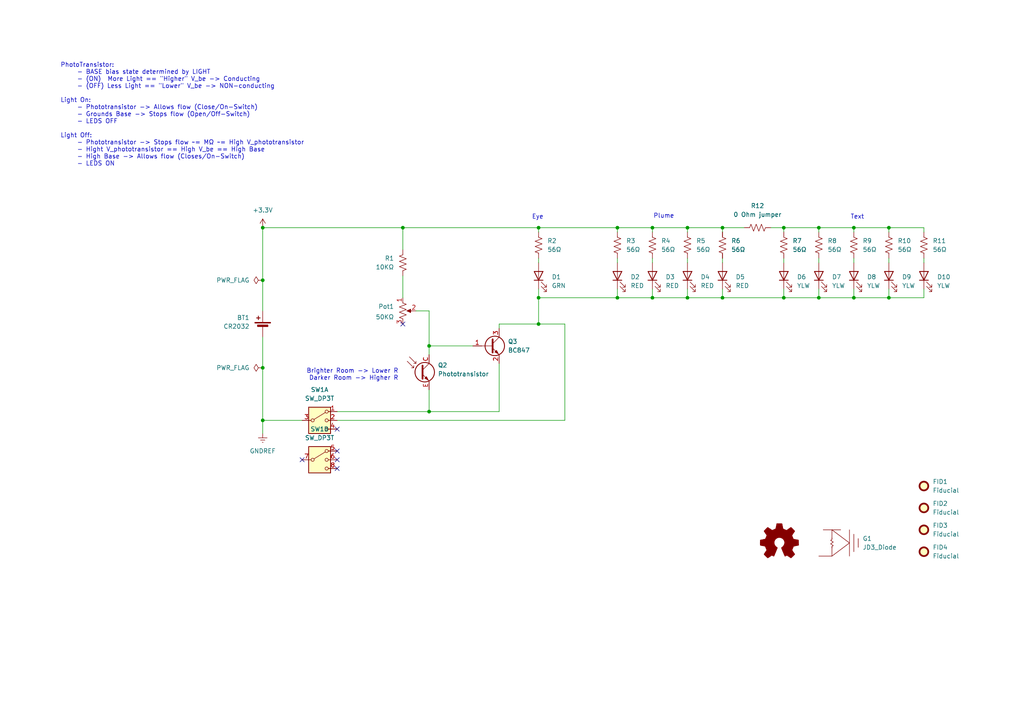
<source format=kicad_sch>
(kicad_sch (version 20250114) (generator "eeschema") (generator_version "9.0")
  (paper "A4")
  (title_block (title "Spartanpods Logo PCB") (date "2025-12-14") (rev "1") (company "Spartanpods"))
  (lib_symbols
    (symbol "Device:R_US" (pin_numbers (hide yes)) (pin_names (offset 0))
      (property "Reference" "R" (at 2.54 0 90))
      (property "Value" "R_US" (at -2.54 0 90))
      (symbol "R_US_0_1"
        (polyline (pts (xy 0 2.286) (xy 0 2.54)))
        (polyline (pts (xy 0 2.286) (xy 1.016 1.905) (xy 0 1.524) (xy -1.016 1.143) (xy 0 0.762)))
        (polyline (pts (xy 0 0.762) (xy 1.016 0.381) (xy 0 0) (xy -1.016 -0.381) (xy 0 -0.762)))
        (polyline (pts (xy 0 -0.762) (xy 1.016 -1.143) (xy 0 -1.524) (xy -1.016 -1.905) (xy 0 -2.286)))
        (polyline (pts (xy 0 -2.286) (xy 0 -2.54)))
      )
      (symbol "R_US_1_1"
        (pin passive line (at 0 3.81 270) (length 1.27) (name "~") (number "1"))
        (pin passive line (at 0 -3.81 90) (length 1.27) (name "~") (number "2"))
      )
    )
    (symbol "Spartanpods_SymbolLibrary:+3.3V" (power) (pin_numbers (hide yes)) (pin_names (offset 0) (hide yes))
      (property "Value" "+3.3V" (at 0 3.556 0))
      (symbol "+3.3V_0_1"
        (polyline (pts (xy -0.762 1.27) (xy 0 2.54)))
        (polyline (pts (xy 0 2.54) (xy 0.762 1.27)))
        (polyline (pts (xy 0 0) (xy 0 2.54)))
      )
      (symbol "+3.3V_1_1"
        (pin power_in line (at 0 0 90) (length 0) (name "~") (number "1"))
      )
    )
    (symbol "Spartanpods_SymbolLibrary:BC847" (pin_names (offset 0) (hide yes))
      (property "Reference" "Q" (at 5.08 1.905 0))
      (property "Value" "BC847" (at 5.08 0 0))
      (symbol "BC847_0_1"
        (polyline (pts (xy -2.54 0) (xy 0.635 0)))
        (polyline (pts (xy 0.635 1.905) (xy 0.635 -1.905)) (stroke (width 0.508)))
        (circle (center 1.27 0) (radius 2.8194) (stroke (width 0.254)))
      )
      (symbol "BC847_1_1"
        (polyline (pts (xy 0.635 0.635) (xy 2.54 2.54)))
        (polyline (pts (xy 0.635 -0.635) (xy 2.54 -2.54)))
        (polyline (pts (xy 1.27 -1.778) (xy 1.778 -1.27) (xy 2.286 -2.286) (xy 1.27 -1.778)) (fill (type outline)))
        (pin input line (at -5.08 0 0) (length 2.54) (name "B") (number "1"))
        (pin passive line (at 2.54 5.08 270) (length 2.54) (name "C") (number "3"))
        (pin passive line (at 2.54 -5.08 90) (length 2.54) (name "E") (number "2"))
      )
    )
    (symbol "Spartanpods_SymbolLibrary:Battery_Cell" (pin_numbers (hide yes)) (pin_names (offset 0) (hide yes))
      (property "Reference" "BT" (at 2.54 2.54 0))
      (property "Value" "Battery_Cell" (at 2.54 0 0))
      (symbol "Battery_Cell_0_1"
        (rectangle (start -2.286 1.778) (end 2.286 1.524) (fill (type outline)))
        (rectangle (start -1.524 1.016) (end 1.524 0.508) (fill (type outline)))
        (polyline (pts (xy 0 1.778) (xy 0 2.54)))
        (polyline (pts (xy 0 0.762) (xy 0 0)))
        (polyline (pts (xy 0.762 3.048) (xy 1.778 3.048)) (stroke (width 0.254)))
        (polyline (pts (xy 1.27 3.556) (xy 1.27 2.54)) (stroke (width 0.254)))
      )
      (symbol "Battery_Cell_1_1"
        (pin power_out line (at 0 5.08 270) (length 2.54) (name "1") (number "1") (alternate "Pos" power_out line))
        (pin power_out line (at 0 -2.54 90) (length 2.54) (name "2") (number "2") (alternate "Neg" power_out line))
      )
    )
    (symbol "Spartanpods_SymbolLibrary:Fiducial" (in_bom no)
      (property "Reference" "FID" (at 0 5.08 0))
      (property "Value" "Fiducial" (at 0 3.175 0))
      (symbol "Fiducial_0_1"
        (circle (center 0 0) (radius 1.27) (stroke (width 0.508)) (fill (type background)))
      )
    )
    (symbol "Spartanpods_SymbolLibrary:GNDREF" (power) (pin_numbers (hide yes)) (pin_names (offset 0) (hide yes))
      (property "Value" "GNDREF" (at 0 -3.81 0))
      (symbol "GNDREF_0_1"
        (polyline (pts (xy -0.635 -1.905) (xy 0.635 -1.905)))
        (polyline (pts (xy -0.127 -2.54) (xy 0.127 -2.54)))
        (polyline (pts (xy 0 -1.27) (xy 0 0)))
        (polyline (pts (xy 1.27 -1.27) (xy -1.27 -1.27)))
      )
      (symbol "GNDREF_1_1"
        (pin power_in line (at 0 0 270) (length 0) (name "~") (number "1"))
      )
    )
    (symbol "Spartanpods_SymbolLibrary:JD3_Diode" (pin_numbers (hide yes)) (pin_names (offset 0) (hide yes)) (in_bom no)
      (property "Reference" "G" (at 0 7.62 0))
      (property "Value" "JD3_Diode" (at 0 -7.62 0))
      (symbol "JD3_Diode_0_1"
        (polyline (pts (xy -2.54 3.81) (xy 0 3.81)) (stroke (width 0.1524)))
        (polyline (pts (xy 0 3.81) (xy 2.54 3.81)) (stroke (width 0.1524)))
        (polyline (pts (xy 0 3.81) (xy 5.08 0) (xy 0 -3.81)) (stroke (width 0.1524)))
        (polyline (pts (xy 0 1.27) (xy 0 3.81)) (stroke (width 0.1524)))
        (polyline (pts (xy 0 -1.016) (xy 0 -1.397)) (stroke (width 0.1524)))
        (polyline (pts (xy 0 -1.016) (xy 0.381 -0.762) (xy -0.381 -0.254) (xy 0.381 0.254) (xy -0.381 0.762) (xy 0 1.016) (xy 0 1.397)) (stroke (width 0.1524)))
        (polyline (pts (xy 0 -1.27) (xy 0 -3.81) (xy -3.81 -3.81)) (stroke (width 0.1524)))
        (polyline (pts (xy 5.08 3.81) (xy 5.08 -3.81)) (stroke (width 0.1524)))
        (polyline (pts (xy 6.35 2.54) (xy 6.35 -2.54)) (stroke (width 0.1524)))
        (polyline (pts (xy 7.62 1.27) (xy 7.62 -1.27)) (stroke (width 0.1524)))
      )
    )
    (symbol "Spartanpods_SymbolLibrary:LED" (pin_numbers (hide yes)) (pin_names (offset 1.016) (hide yes))
      (property "Reference" "D" (at 0 2.54 0))
      (property "Value" "LED" (at 0 -2.54 0))
      (symbol "LED_0_1"
        (polyline (pts (xy -3.048 -0.762) (xy -4.572 -2.286) (xy -3.81 -2.286) (xy -4.572 -2.286) (xy -4.572 -1.524)))
        (polyline (pts (xy -1.778 -0.762) (xy -3.302 -2.286) (xy -2.54 -2.286) (xy -3.302 -2.286) (xy -3.302 -1.524)))
        (polyline (pts (xy -1.27 0) (xy 1.27 0)))
        (polyline (pts (xy -1.27 -1.27) (xy -1.27 1.27)) (stroke (width 0.254)))
        (polyline (pts (xy 1.27 -1.27) (xy 1.27 1.27) (xy -1.27 0) (xy 1.27 -1.27)) (stroke (width 0.254)))
      )
      (symbol "LED_1_1"
        (pin passive line (at -3.81 0 0) (length 2.54) (name "K") (number "1"))
        (pin passive line (at 3.81 0 180) (length 2.54) (name "A") (number "2"))
      )
    )
    (symbol "Spartanpods_SymbolLibrary:Logo_Open_Hardware_Small" (in_bom no) (on_board no)
      (symbol "Logo_Open_Hardware_Small_0_1"
        (polyline (pts (xy 3.3528 -4.3434) (xy 3.302 -4.318) (xy 3.175 -4.2418) (xy 2.9972 -4.1148) (xy 2.7686 -3.9624) (xy 2.54 -3.81) (xy 2.3622 -3.7084) (xy 2.2352 -3.6068) (xy 2.1844 -3.5814) (xy 2.159 -3.6068) (xy 2.0574 -3.6576) (xy 1.905 -3.7338) (xy 1.8034 -3.7846) (xy 1.6764 -3.8354) (xy 1.6002 -3.8354) (xy 1.6002 -3.8354) (xy 1.5494 -3.7338) (xy 1.4732 -3.5306) (xy 1.3462 -3.302) (xy 1.2446 -3.0226) (xy 1.1176 -2.7178) (xy 0.9652 -2.413) (xy 0.8636 -2.1082) (xy 0.7366 -1.8288) (xy 0.6604 -1.6256) (xy 0.6096 -1.4732) (xy 0.5842 -1.397) (xy 0.5842 -1.397) (xy 0.6604 -1.3208) (xy 0.7874 -1.2446) (xy 1.0414 -1.016) (xy 1.2954 -0.6858) (xy 1.4478 -0.3302) (xy 1.524 0.0762) (xy 1.4732 0.4572) (xy 1.3208 0.8128) (xy 1.0668 1.143) (xy 0.762 1.3716) (xy 0.4064 1.524) (xy 0 1.5748) (xy -0.381 1.5494) (xy -0.7366 1.397) (xy -1.0668 1.143) (xy -1.2192 0.9906) (xy -1.397 0.6604) (xy -1.524 0.3048) (xy -1.524 0.2286) (xy -1.4986 -0.1778) (xy -1.397 -0.5334) (xy -1.1938 -0.8636) (xy -0.9144 -1.143) (xy -0.8636 -1.1684) (xy -0.7366 -1.27) (xy -0.635 -1.3462) (xy -0.5842 -1.397) (xy -1.0668 -2.5908) (xy -1.143 -2.794) (xy -1.2954 -3.1242) (xy -1.397 -3.4036) (xy -1.4986 -3.6322) (xy -1.5748 -3.7846) (xy -1.6002 -3.8354) (xy -1.6002 -3.8354) (xy -1.651 -3.8354) (xy -1.7272 -3.81) (xy -1.905 -3.7338) (xy -2.0066 -3.683) (xy -2.1336 -3.6068) (xy -2.2098 -3.5814) (xy -2.2606 -3.6068) (xy -2.3622 -3.683) (xy -2.54 -3.81) (xy -2.7686 -3.9624) (xy -2.9718 -4.0894) (xy -3.1496 -4.2164) (xy -3.302 -4.318) (xy -3.3528 -4.3434) (xy -3.3782 -4.3434) (xy -3.429 -4.318) (xy -3.5306 -4.2164) (xy -3.7084 -4.064) (xy -3.937 -3.8354) (xy -3.9624 -3.81) (xy -4.1656 -3.6068) (xy -4.318 -3.4544) (xy -4.4196 -3.3274) (xy -4.445 -3.2766) (xy -4.445 -3.2766) (xy -4.4196 -3.2258) (xy -4.318 -3.0734) (xy -4.2164 -2.8956) (xy -4.064 -2.667) (xy -3.6576 -2.0828) (xy -3.8862 -1.5494) (xy -3.937 -1.3716) (xy -4.0386 -1.1684) (xy -4.0894 -1.0414) (xy -4.1148 -0.9652) (xy -4.191 -0.9398) (xy -4.318 -0.9144) (xy -4.5466 -0.8636) (xy -4.8006 -0.8128) (xy -5.0546 -0.7874) (xy -5.2578 -0.7366) (xy -5.4356 -0.7112) (xy -5.5118 -0.6858) (xy -5.5118 -0.6858) (xy -5.5372 -0.635) (xy -5.5372 -0.5588) (xy -5.5372 -0.4318) (xy -5.5626 -0.2286) (xy -5.5626 0.0762) (xy -5.5626 0.127) (xy -5.5372 0.4064) (xy -5.5372 0.635) (xy -5.5372 0.762) (xy -5.5372 0.8382) (xy -5.5372 0.8382) (xy -5.461 0.8382) (xy -5.3086 0.889) (xy -5.08 0.9144) (xy -4.826 0.9652) (xy -4.8006 0.9906) (xy -4.5466 1.0414) (xy -4.318 1.0668) (xy -4.1656 1.1176) (xy -4.0894 1.143) (xy -4.0894 1.143) (xy -4.0386 1.2446) (xy -3.9624 1.4224) (xy -3.8608 1.6256) (xy -3.7846 1.8288) (xy -3.7084 2.0066) (xy -3.6576 2.159) (xy -3.6322 2.2098) (xy -3.6322 2.2098) (xy -3.683 2.286) (xy -3.7592 2.413) (xy -3.8862 2.5908) (xy -4.064 2.8194) (xy -4.064 2.8448) (xy -4.2164 3.0734) (xy -4.3434 3.2512) (xy -4.4196 3.3782) (xy -4.445 3.4544) (xy -4.445 3.4544) (xy -4.3942 3.5052) (xy -4.2926 3.6322) (xy -4.1148 3.81) (xy -3.937 4.0132) (xy -3.8608 4.064) (xy -3.6576 4.2926) (xy -3.5052 4.4196) (xy -3.4036 4.4958) (xy -3.3528 4.5212) (xy -3.3528 4.5212) (xy -3.302 4.4704) (xy -3.1496 4.3688) (xy -2.9718 4.2418) (xy -2.7432 4.0894) (xy -2.7178 4.0894) (xy -2.4892 3.937) (xy -2.3114 3.81) (xy -2.1844 3.7084) (xy -2.1336 3.683) (xy -2.1082 3.683) (xy -2.032 3.7084) (xy -1.8542 3.7592) (xy -1.6764 3.8354) (xy -1.4732 3.937) (xy -1.27 4.0132) (xy -1.143 4.064) (xy -1.0668 4.1148) (xy -1.0668 4.1148) (xy -1.0414 4.191) (xy -1.016 4.3434) (xy -0.9652 4.572) (xy -0.9144 4.8514) (xy -0.889 4.9022) (xy -0.8382 5.1562) (xy -0.8128 5.3848) (xy -0.7874 5.5372) (xy -0.762 5.588) (xy -0.7112 5.6134) (xy -0.5842 5.6134) (xy -0.4064 5.6134) (xy -0.1524 5.6134) (xy 0.0762 5.6134) (xy 0.3302 5.6134) (xy 0.5334 5.6134) (xy 0.6858 5.588) (xy 0.7366 5.588) (xy 0.7366 5.588) (xy 0.762 5.5118) (xy 0.8128 5.334) (xy 0.8382 5.1054) (xy 0.9144 4.826) (xy 0.9144 4.7752) (xy 0.9652 4.5212) (xy 1.016 4.2926) (xy 1.0414 4.1402) (xy 1.0668 4.0894) (xy 1.0668 4.0894) (xy 1.1938 4.0386) (xy 1.3716 3.9624) (xy 1.5748 3.8608) (xy 2.0828 3.6576) (xy 2.7178 4.0894) (xy 2.7686 4.1402) (xy 2.9972 4.2926) (xy 3.175 4.4196) (xy 3.302 4.4958) (xy 3.3782 4.5212) (xy 3.3782 4.5212) (xy 3.429 4.4704) (xy 3.556 4.3434) (xy 3.7338 4.191) (xy 3.9116 3.9878) (xy 4.064 3.8354) (xy 4.2418 3.6576) (xy 4.3434 3.556) (xy 4.4196 3.4798) (xy 4.4196 3.429) (xy 4.4196 3.4036) (xy 4.3942 3.3274) (xy 4.2926 3.2004) (xy 4.1656 2.9972) (xy 4.0132 2.794) (xy 3.8862 2.5908) (xy 3.7592 2.3876) (xy 3.6576 2.2352) (xy 3.6322 2.159) (xy 3.6322 2.1336) (xy 3.683 2.0066) (xy 3.7592 1.8288) (xy 3.8608 1.6002) (xy 4.064 1.1176) (xy 4.3942 1.0414) (xy 4.5974 1.016) (xy 4.8768 0.9652) (xy 5.1308 0.9144) (xy 5.5372 0.8382) (xy 5.5626 -0.6604) (xy 5.4864 -0.6858) (xy 5.4356 -0.6858) (xy 5.2832 -0.7366) (xy 5.0546 -0.762) (xy 4.8006 -0.8128) (xy 4.5974 -0.8636) (xy 4.3688 -0.9144) (xy 4.2164 -0.9398) (xy 4.1402 -0.9398) (xy 4.1148 -0.9652) (xy 4.064 -1.0668) (xy 3.9878 -1.2446) (xy 3.9116 -1.4478) (xy 3.81 -1.651) (xy 3.7338 -1.8542) (xy 3.683 -2.0066) (xy 3.6576 -2.0828) (xy 3.683 -2.1336) (xy 3.7846 -2.2606) (xy 3.8862 -2.4638) (xy 4.0386 -2.667) (xy 4.191 -2.8956) (xy 4.318 -3.0734) (xy 4.3942 -3.2004) (xy 4.445 -3.2766) (xy 4.4196 -3.3274) (xy 4.3434 -3.429) (xy 4.1656 -3.5814) (xy 3.937 -3.8354) (xy 3.8862 -3.8608) (xy 3.683 -4.064) (xy 3.5306 -4.2164) (xy 3.4036 -4.318) (xy 3.3528 -4.3434)) (fill (type outline)))
      )
    )
    (symbol "Spartanpods_SymbolLibrary:PWR_FLAG" (power) (pin_numbers (hide yes)) (pin_names (offset 0) (hide yes))
      (property "Value" "PWR_FLAG" (at 0 3.81 0))
      (symbol "PWR_FLAG_0_0"
        (pin power_out line (at 0 0 90) (length 0) (name "~") (number "1"))
      )
      (symbol "PWR_FLAG_0_1"
        (polyline (pts (xy 0 0) (xy 0 1.27) (xy -1.016 1.905) (xy 0 2.54) (xy 1.016 1.905) (xy 0 1.27)))
      )
    )
    (symbol "Spartanpods_SymbolLibrary:Q_Photo_NPN" (pin_names (offset 0) (hide yes))
      (property "Reference" "Q" (at 5.08 1.27 0))
      (property "Value" "Q_Photo_NPN" (at 5.08 -1.27 0))
      (symbol "Q_Photo_NPN_0_1"
        (polyline (pts (xy -3.81 3.175) (xy -1.905 1.27) (xy -1.905 1.905)))
        (polyline (pts (xy -3.175 4.445) (xy -1.27 2.54) (xy -1.27 3.175)))
        (polyline (pts (xy -1.905 1.27) (xy -2.54 1.27)))
        (polyline (pts (xy -1.27 2.54) (xy -1.905 2.54)))
        (polyline (pts (xy 0.635 1.905) (xy 0.635 -1.905) (xy 0.635 -1.905)) (stroke (width 0.508)))
        (polyline (pts (xy 0.635 0.635) (xy 2.54 2.54)))
        (polyline (pts (xy 0.635 -0.635) (xy 2.54 -2.54) (xy 2.54 -2.54)))
        (circle (center 1.27 0) (radius 2.8194) (stroke (width 0.254)))
        (polyline (pts (xy 1.27 -1.778) (xy 1.778 -1.27) (xy 2.286 -2.286) (xy 1.27 -1.778) (xy 1.27 -1.778)) (fill (type outline)))
      )
      (symbol "Q_Photo_NPN_1_1"
        (pin passive line (at 2.54 5.08 270) (length 2.54) (name "1") (number "C"))
        (pin passive line (at 2.54 -5.08 90) (length 2.54) (name "2") (number "E"))
      )
    )
    (symbol "Spartanpods_SymbolLibrary:R_Potentiometer_US" (pin_names (offset 1.016) (hide yes))
      (property "Reference" "RV" (at -4.445 0 90))
      (property "Value" "R_Potentiometer_US" (at -2.54 0 90))
      (symbol "R_Potentiometer_US_0_1"
        (polyline (pts (xy 0 2.54) (xy 0 2.286)))
        (polyline (pts (xy 0 2.286) (xy 1.016 1.905) (xy 0 1.524) (xy -1.016 1.143) (xy 0 0.762)))
        (polyline (pts (xy 0 0.762) (xy 1.016 0.381) (xy 0 0) (xy -1.016 -0.381) (xy 0 -0.762)))
        (polyline (pts (xy 0 -0.762) (xy 1.016 -1.143) (xy 0 -1.524) (xy -1.016 -1.905) (xy 0 -2.286)))
        (polyline (pts (xy 0 -2.286) (xy 0 -2.54)))
        (polyline (pts (xy 1.143 0) (xy 2.286 0.508) (xy 2.286 -0.508) (xy 1.143 0)) (fill (type outline)))
        (polyline (pts (xy 2.54 0) (xy 1.524 0)))
      )
      (symbol "R_Potentiometer_US_1_1"
        (pin passive line (at 0 3.81 270) (length 1.27) (name "1") (number "1"))
        (pin passive line (at 0 -3.81 90) (length 1.27) (name "3") (number "3"))
        (pin passive line (at 3.81 0 180) (length 1.27) (name "2") (number "2"))
      )
    )
    (symbol "Spartanpods_SymbolLibrary:R_US" (pin_numbers (hide yes)) (pin_names (offset 0))
      (property "Reference" "R" (at 2.54 0 90))
      (property "Value" "R_US" (at -2.54 0 90))
      (symbol "R_US_0_1"
        (polyline (pts (xy 0 2.286) (xy 0 2.54)))
        (polyline (pts (xy 0 2.286) (xy 1.016 1.905) (xy 0 1.524) (xy -1.016 1.143) (xy 0 0.762)))
        (polyline (pts (xy 0 0.762) (xy 1.016 0.381) (xy 0 0) (xy -1.016 -0.381) (xy 0 -0.762)))
        (polyline (pts (xy 0 -0.762) (xy 1.016 -1.143) (xy 0 -1.524) (xy -1.016 -1.905) (xy 0 -2.286)))
        (polyline (pts (xy 0 -2.286) (xy 0 -2.54)))
      )
      (symbol "R_US_1_1"
        (pin passive line (at 0 3.81 270) (length 1.27) (name "~") (number "1"))
        (pin passive line (at 0 -3.81 90) (length 1.27) (name "~") (number "2"))
      )
    )
    (symbol "Spartanpods_SymbolLibrary:SW_DP3T" (pin_names (offset 0) (hide yes))
      (property "Reference" "SW" (at 0 5.08 0))
      (property "Value" "SW_DP3T" (at 0 -5.08 0))
      (symbol "SW_DP3T_0_1"
        (rectangle (start -3.175 3.81) (end 3.175 -3.81) (stroke (width 0.254)) (fill (type background)))
        (circle (center -2.032 0) (radius 0.4572))
        (polyline (pts (xy -1.651 0.254) (xy 1.651 2.286)))
        (circle (center 2.032 2.54) (radius 0.4572))
        (circle (center 2.032 0) (radius 0.4572))
        (circle (center 2.032 -2.54) (radius 0.4572))
      )
      (symbol "SW_DP3T_1_1"
        (pin passive line (at -5.08 0 0) (length 2.54) (name "3") (number "3"))
        (pin passive line (at 5.08 2.54 180) (length 2.54) (name "1") (number "1"))
        (pin passive line (at 5.08 0 180) (length 2.54) (name "2") (number "2"))
        (pin passive line (at 5.08 -2.54 180) (length 2.54) (name "4") (number "4"))
      )
      (symbol "SW_DP3T_2_1"
        (pin passive line (at -5.08 0 0) (length 2.54) (name "7") (number "7"))
        (pin passive line (at 5.08 2.54 180) (length 2.54) (name "5") (number "5"))
        (pin passive line (at 5.08 0 180) (length 2.54) (name "6") (number "6"))
        (pin passive line (at 5.08 -2.54 180) (length 2.54) (name "8") (number "8"))
      )
    )
  )
  (text "Eye" (at 155.956 62.992 0) (effects (font (size 1.27 1.27))))
  (text "Brighter Room -> Lower R\nDarker Room -> Higher R" (at 115.57 108.712 0) (effects (font (size 1.27 1.27)) (justify right)))
  (text "Text" (at 248.666 62.992 0) (effects (font (size 1.27 1.27))))
  (text "PhotoTransistor:\n	- BASE bias state determined by LIGHT\n	- (ON)  More Light == \"Higher\" V_be -> Conducting\n	- (OFF) Less Light == \"Lower\" V_be -> NON-conducting\n\nLight On:\n	- Phototransistor -> Allows flow (Close/On-Switch)\n	- Grounds Base -> Stops flow (Open/Off-Switch)\n	- LEDS OFF\n\nLight Off:\n	- Phototransistor -> Stops flow ~= MΩ ~= High V_phototransistor\n	- Hight V_phototransistor == High V_be == High Base\n	- High Base -> Allows flow (Closes/On-Switch)\n	- LEDS ON" (at 17.526 33.274 0) (effects (font (size 1.27 1.27)) (justify left)))
  (text "Plume" (at 192.532 62.738 0) (effects (font (size 1.27 1.27))))
  (junction (at 247.65 86.36))
  (junction (at 76.2 106.68))
  (junction (at 189.23 86.36))
  (junction (at 237.49 86.36))
  (junction (at 156.21 66.04))
  (junction (at 227.33 66.04))
  (junction (at 76.2 66.04))
  (junction (at 247.65 66.04))
  (junction (at 76.2 121.92))
  (junction (at 156.21 86.36))
  (junction (at 179.07 86.36))
  (junction (at 116.84 66.04))
  (junction (at 189.23 66.04))
  (junction (at 257.81 86.36))
  (junction (at 209.55 86.36))
  (junction (at 227.33 86.36))
  (junction (at 257.81 66.04))
  (junction (at 237.49 66.04))
  (junction (at 209.55 66.04))
  (junction (at 156.21 93.98))
  (junction (at 76.2 81.28))
  (junction (at 199.39 66.04))
  (junction (at 124.46 100.33))
  (junction (at 124.46 119.38))
  (junction (at 199.39 86.36))
  (junction (at 179.07 66.04))
  (no_connect (at 97.79 130.81))
  (no_connect (at 116.84 93.98))
  (no_connect (at 97.79 133.35))
  (no_connect (at 97.79 124.46))
  (no_connect (at 97.79 135.89))
  (no_connect (at 87.63 133.35))
  (wire (pts (xy 144.78 93.98) (xy 144.78 95.25)))
  (wire (pts (xy 156.21 76.2) (xy 156.21 74.93)))
  (wire (pts (xy 267.97 83.82) (xy 267.97 86.36)))
  (wire (pts (xy 227.33 86.36) (xy 227.33 83.82)))
  (wire (pts (xy 156.21 86.36) (xy 156.21 93.98)))
  (wire (pts (xy 237.49 83.82) (xy 237.49 86.36)))
  (wire (pts (xy 156.21 86.36) (xy 179.07 86.36)))
  (wire (pts (xy 257.81 86.36) (xy 267.97 86.36)))
  (wire (pts (xy 124.46 119.38) (xy 144.78 119.38)))
  (wire (pts (xy 163.83 93.98) (xy 163.83 121.92)))
  (wire (pts (xy 209.55 86.36) (xy 227.33 86.36)))
  (wire (pts (xy 199.39 67.31) (xy 199.39 66.04)))
  (wire (pts (xy 199.39 76.2) (xy 199.39 74.93)))
  (wire (pts (xy 223.52 66.04) (xy 227.33 66.04)))
  (wire (pts (xy 257.81 67.31) (xy 257.81 66.04)))
  (wire (pts (xy 247.65 66.04) (xy 257.81 66.04)))
  (wire (pts (xy 97.79 121.92) (xy 163.83 121.92)))
  (wire (pts (xy 189.23 66.04) (xy 179.07 66.04)))
  (wire (pts (xy 247.65 83.82) (xy 247.65 86.36)))
  (wire (pts (xy 76.2 121.92) (xy 87.63 121.92)))
  (wire (pts (xy 199.39 83.82) (xy 199.39 86.36)))
  (wire (pts (xy 237.49 66.04) (xy 227.33 66.04)))
  (wire (pts (xy 209.55 66.04) (xy 215.9 66.04)))
  (wire (pts (xy 189.23 83.82) (xy 189.23 86.36)))
  (wire (pts (xy 124.46 100.33) (xy 124.46 102.87)))
  (wire (pts (xy 156.21 83.82) (xy 156.21 86.36)))
  (wire (pts (xy 199.39 66.04) (xy 189.23 66.04)))
  (wire (pts (xy 116.84 66.04) (xy 116.84 72.39)))
  (wire (pts (xy 76.2 81.28) (xy 76.2 66.04)))
  (wire (pts (xy 267.97 67.31) (xy 267.97 66.04)))
  (wire (pts (xy 144.78 119.38) (xy 144.78 105.41)))
  (wire (pts (xy 120.65 90.17) (xy 124.46 90.17)))
  (wire (pts (xy 156.21 93.98) (xy 163.83 93.98)))
  (wire (pts (xy 76.2 66.04) (xy 116.84 66.04)))
  (wire (pts (xy 209.55 76.2) (xy 209.55 74.93)))
  (wire (pts (xy 199.39 66.04) (xy 209.55 66.04)))
  (wire (pts (xy 199.39 86.36) (xy 209.55 86.36)))
  (wire (pts (xy 237.49 86.36) (xy 227.33 86.36)))
  (wire (pts (xy 247.65 67.31) (xy 247.65 66.04)))
  (wire (pts (xy 179.07 66.04) (xy 179.07 67.31)))
  (wire (pts (xy 227.33 76.2) (xy 227.33 74.93)))
  (wire (pts (xy 247.65 86.36) (xy 237.49 86.36)))
  (wire (pts (xy 247.65 86.36) (xy 257.81 86.36)))
  (wire (pts (xy 124.46 113.03) (xy 124.46 119.38)))
  (wire (pts (xy 179.07 86.36) (xy 179.07 83.82)))
  (wire (pts (xy 156.21 93.98) (xy 144.78 93.98)))
  (wire (pts (xy 257.81 66.04) (xy 267.97 66.04)))
  (wire (pts (xy 247.65 76.2) (xy 247.65 74.93)))
  (wire (pts (xy 199.39 86.36) (xy 189.23 86.36)))
  (wire (pts (xy 179.07 76.2) (xy 179.07 74.93)))
  (wire (pts (xy 267.97 76.2) (xy 267.97 74.93)))
  (wire (pts (xy 116.84 66.04) (xy 156.21 66.04)))
  (wire (pts (xy 189.23 86.36) (xy 179.07 86.36)))
  (wire (pts (xy 76.2 90.17) (xy 76.2 81.28)))
  (wire (pts (xy 156.21 67.31) (xy 156.21 66.04)))
  (wire (pts (xy 257.81 83.82) (xy 257.81 86.36)))
  (wire (pts (xy 76.2 106.68) (xy 76.2 121.92)))
  (wire (pts (xy 124.46 100.33) (xy 137.16 100.33)))
  (wire (pts (xy 76.2 121.92) (xy 76.2 125.73)))
  (wire (pts (xy 179.07 66.04) (xy 156.21 66.04)))
  (wire (pts (xy 237.49 76.2) (xy 237.49 74.93)))
  (wire (pts (xy 209.55 83.82) (xy 209.55 86.36)))
  (wire (pts (xy 189.23 66.04) (xy 189.23 67.31)))
  (wire (pts (xy 124.46 90.17) (xy 124.46 100.33)))
  (wire (pts (xy 209.55 67.31) (xy 209.55 66.04)))
  (wire (pts (xy 189.23 76.2) (xy 189.23 74.93)))
  (wire (pts (xy 116.84 80.01) (xy 116.84 86.36)))
  (wire (pts (xy 97.79 119.38) (xy 124.46 119.38)))
  (wire (pts (xy 247.65 66.04) (xy 237.49 66.04)))
  (wire (pts (xy 237.49 66.04) (xy 237.49 67.31)))
  (wire (pts (xy 227.33 66.04) (xy 227.33 67.31)))
  (wire (pts (xy 257.81 76.2) (xy 257.81 74.93)))
  (wire (pts (xy 76.2 97.79) (xy 76.2 106.68)))
  (symbol (lib_id "Spartanpods_SymbolLibrary:Fiducial") (at 267.97 140.97 0) (unit 1) (in_bom no)
    (property "Reference" "FID1" (at 270.51 139.6999 0) (effects (justify left)))
    (property "Value" "Fiducial" (at 270.51 142.2399 0) (effects (justify left)))
    (property "Footprint" "Fiducial:Fiducial_0.75mm_Mask2.25mm" (effects (hide yes)))
    (property "Description" "Fiducial Marker" (effects (hide yes)))
  )
  (symbol (lib_id "Spartanpods_SymbolLibrary:PWR_FLAG") (at 76.2 81.28 90) (unit 1)
    (property "Reference" "#FLG01" (effects (hide yes)))
    (property "Value" "PWR_FLAG" (at 72.39 81.2799 90) (effects (justify left)))
    (property "Description" "Special symbol for telling ERC where power comes from" (effects (hide yes)))
  )
  (symbol (lib_id "Spartanpods_SymbolLibrary:LED") (at 267.97 80.01 90) (unit 1)
    (property "Reference" "D10" (at 271.78 80.3274 90) (effects (justify right)))
    (property "Value" "YLW" (at 271.78 82.8674 90) (effects (justify right)))
    (property "Footprint" "!MyFootprints:LED - MyPLCC2 (RoundMask_LED Side)" (effects (hide yes)))
    (property "Description" "LED RED CLR 2PLCC SMD BOTTOM ENT" (effects (hide yes)))
    (property "Sim.Pins" "1=K 2=A" (effects (hide yes)))
    (property "MFG P/N" "XZM2CRK45WT-9" (effects (hide yes)))
  )
  (symbol (lib_id "Spartanpods_SymbolLibrary:LED") (at 199.39 80.01 90) (unit 1)
    (property "Reference" "D4" (at 203.2 80.3274 90) (effects (justify right)))
    (property "Value" "RED" (at 203.2 82.8674 90) (effects (justify right)))
    (property "Footprint" "!MyFootprints:LED - MyPLCC2 (RoundMask_LED Side)" (effects (hide yes)))
    (property "Description" "LED RED CLR 2PLCC SMD BOTTOM ENT" (effects (hide yes)))
    (property "Sim.Pins" "1=K 2=A" (effects (hide yes)))
    (property "MFG P/N" "XZM2CRK45WT-9" (effects (hide yes)))
  )
  (symbol (lib_id "Spartanpods_SymbolLibrary:R_US") (at 199.39 71.12 0) (unit 1)
    (property "Reference" "R5" (at 201.93 69.8499 0) (effects (justify left)))
    (property "Value" "56Ω" (at 201.93 72.3899 0) (effects (justify left)))
    (property "Footprint" "Capacitor_SMD:C_0805_2012Metric_Pad1.18x1.45mm_HandSolder" (effects (hide yes)))
    (property "Description" "RES 56 OHM 5% 1/8W 0805" (effects (hide yes)))
    (property "MFG P/N" "RC0805JR-0756RL" (effects (hide yes)))
  )
  (symbol (lib_id "Spartanpods_SymbolLibrary:R_US") (at 156.21 71.12 0) (unit 1)
    (property "Reference" "R2" (at 158.75 69.8499 0) (effects (justify left)))
    (property "Value" "56Ω" (at 158.75 72.3899 0) (effects (justify left)))
    (property "Footprint" "Capacitor_SMD:C_0805_2012Metric_Pad1.18x1.45mm_HandSolder" (effects (hide yes)))
    (property "Description" "RES 56 OHM 5% 1/8W 0805" (effects (hide yes)))
    (property "MFG P/N" "RC0805JR-0756RL" (effects (hide yes)))
  )
  (symbol (lib_id "Spartanpods_SymbolLibrary:+3.3V") (at 76.2 66.04 0) (unit 1)
    (property "Reference" "#PWR02" (effects (hide yes)))
    (property "Value" "+3.3V" (at 76.2 60.96 0))
    (property "Description" "Power symbol creates a global label with name \"+3.3V\"" (effects (hide yes)))
  )
  (symbol (lib_id "Spartanpods_SymbolLibrary:R_US") (at 257.81 71.12 0) (unit 1)
    (property "Reference" "R10" (at 260.35 69.8499 0) (effects (justify left)))
    (property "Value" "56Ω" (at 260.35 72.3899 0) (effects (justify left)))
    (property "Footprint" "Capacitor_SMD:C_0805_2012Metric_Pad1.18x1.45mm_HandSolder" (effects (hide yes)))
    (property "Description" "RES 56 OHM 5% 1/8W 0805" (effects (hide yes)))
    (property "MFG P/N" "RC0805JR-0756RL" (effects (hide yes)))
  )
  (symbol (lib_id "Spartanpods_SymbolLibrary:LED") (at 189.23 80.01 90) (unit 1)
    (property "Reference" "D3" (at 193.04 80.3274 90) (effects (justify right)))
    (property "Value" "RED" (at 193.04 82.8674 90) (effects (justify right)))
    (property "Footprint" "!MyFootprints:LED - MyPLCC2 (RoundMask_LED Side)" (effects (hide yes)))
    (property "Description" "LED RED CLR 2PLCC SMD BOTTOM ENT" (effects (hide yes)))
    (property "Sim.Pins" "1=K 2=A" (effects (hide yes)))
    (property "MFG P/N" "XZM2CRK45WT-9" (effects (hide yes)))
  )
  (symbol (lib_id "Spartanpods_SymbolLibrary:Logo_Open_Hardware_Small") (at 226.06 157.48 0) (unit 1) (exclude_from_sim yes) (in_bom no)
    (property "Reference" "G2" (effects (hide yes)))
    (property "Value" "Logo_Open_Hardware_Small" (effects (hide yes)))
    (property "Footprint" "Spartanpods:Combined_LED Text" (effects (hide yes)))
    (property "Description" "Open Hardware logo, small" (effects (hide yes)))
  )
  (symbol (lib_id "Spartanpods_SymbolLibrary:SW_DP3T") (at 92.71 121.92 0) (unit 1)
    (property "Reference" "SW1" (at 92.71 113.03 0))
    (property "Value" "SW_DP3T" (at 92.71 115.57 0))
    (property "Footprint" "!MyFootprints:DP3T - JS203011SCQN" (effects (hide yes)))
    (property "Description" "SWITCH SLIDE DP3T 300MA 6V" (effects (hide yes)))
    (property "MFG P/N" "JS203011SCQN" (effects (hide yes)))
  )
  (symbol (lib_id "Spartanpods_SymbolLibrary:LED") (at 227.33 80.01 90) (unit 1)
    (property "Reference" "D6" (at 231.14 80.3274 90) (effects (justify right)))
    (property "Value" "YLW" (at 231.14 82.8674 90) (effects (justify right)))
    (property "Footprint" "!MyFootprints:LED - MyPLCC2 (RoundMask_LED Side)" (effects (hide yes)))
    (property "Description" "LED RED CLR 2PLCC SMD BOTTOM ENT" (effects (hide yes)))
    (property "Sim.Pins" "1=K 2=A" (effects (hide yes)))
    (property "MFG P/N" "XZM2CRK45WT-9" (effects (hide yes)))
  )
  (symbol (lib_id "Device:R_US") (at 219.71 66.04 90) (unit 1)
    (property "Reference" "R12" (at 219.71 59.69 90))
    (property "Value" "0 Ohm jumper" (at 219.71 62.23 90))
    (property "Footprint" "Resistor_SMD:R_0805_2012Metric_Pad1.20x1.40mm_HandSolder" (effects (hide yes)))
    (property "Description" "Resistor, US symbol" (effects (hide yes)))
  )
  (symbol (lib_id "Spartanpods_SymbolLibrary:R_US") (at 179.07 71.12 0) (unit 1)
    (property "Reference" "R3" (at 181.61 69.8499 0) (effects (justify left)))
    (property "Value" "56Ω" (at 181.61 72.3899 0) (effects (justify left)))
    (property "Footprint" "Capacitor_SMD:C_0805_2012Metric_Pad1.18x1.45mm_HandSolder" (effects (hide yes)))
    (property "Description" "RES 56 OHM 5% 1/8W 0805" (effects (hide yes)))
    (property "MFG P/N" "RC0805JR-0756RL" (effects (hide yes)))
  )
  (symbol (lib_id "Spartanpods_SymbolLibrary:LED") (at 179.07 80.01 90) (unit 1)
    (property "Reference" "D2" (at 182.88 80.3274 90) (effects (justify right)))
    (property "Value" "RED" (at 182.88 82.8674 90) (effects (justify right)))
    (property "Footprint" "!MyFootprints:LED - MyPLCC2 (RoundMask_LED Side)" (effects (hide yes)))
    (property "Description" "LED RED CLR 2PLCC SMD BOTTOM ENT" (effects (hide yes)))
    (property "Sim.Pins" "1=K 2=A" (effects (hide yes)))
    (property "MFG P/N" "XZM2CRK45WT-9" (effects (hide yes)))
  )
  (symbol (lib_id "Spartanpods_SymbolLibrary:LED") (at 156.21 80.01 90) (unit 1)
    (property "Reference" "D1" (at 160.02 80.3274 90) (effects (justify right)))
    (property "Value" "GRN" (at 160.02 82.8674 90) (effects (justify right)))
    (property "Footprint" "!MyFootprints:LED - MyPLCC2 (RoundMask_LED Side)" (effects (hide yes)))
    (property "Description" "LED GREEN CLR 2PLCC SMD BOT ENT" (effects (hide yes)))
    (property "Sim.Pins" "1=K 2=A" (effects (hide yes)))
    (property "MFG P/N" "XZDGK45WT-9" (effects (hide yes)))
  )
  (symbol (lib_id "Spartanpods_SymbolLibrary:R_Potentiometer_US") (at 116.84 90.17 0) (unit 1)
    (property "Reference" "Pot1" (at 114.3 88.8999 0) (effects (justify right)))
    (property "Value" "50KΩ" (at 114.3 91.948 0) (effects (justify right)))
    (property "Footprint" "Potentiometer_SMD:Potentiometer_Bourns_TC33X_Vertical" (effects (hide yes)))
    (property "Description" "TRIMMER 50K OHM 0.15W J LEAD TOP" (effects (hide yes)))
    (property "MFG P/N" "TC33X-2-503E" (effects (hide yes)))
  )
  (symbol (lib_id "Spartanpods_SymbolLibrary:Fiducial") (at 267.97 153.67 0) (unit 1) (in_bom no)
    (property "Reference" "FID3" (at 270.51 152.3999 0) (effects (justify left)))
    (property "Value" "Fiducial" (at 270.51 154.9399 0) (effects (justify left)))
    (property "Footprint" "Fiducial:Fiducial_0.75mm_Mask2.25mm" (effects (hide yes)))
    (property "Description" "Fiducial Marker" (effects (hide yes)))
  )
  (symbol (lib_id "Spartanpods_SymbolLibrary:Fiducial") (at 267.97 160.02 0) (unit 1) (in_bom no)
    (property "Reference" "FID4" (at 270.51 158.7499 0) (effects (justify left)))
    (property "Value" "Fiducial" (at 270.51 161.2899 0) (effects (justify left)))
    (property "Footprint" "Fiducial:Fiducial_0.75mm_Mask2.25mm" (effects (hide yes)))
    (property "Description" "Fiducial Marker" (effects (hide yes)))
  )
  (symbol (lib_id "Spartanpods_SymbolLibrary:LED") (at 237.49 80.01 90) (unit 1)
    (property "Reference" "D7" (at 241.3 80.3274 90) (effects (justify right)))
    (property "Value" "YLW" (at 241.3 82.8674 90) (effects (justify right)))
    (property "Footprint" "!MyFootprints:LED - MyPLCC2 (RoundMask_LED Side)" (effects (hide yes)))
    (property "Description" "LED RED CLR 2PLCC SMD BOTTOM ENT" (effects (hide yes)))
    (property "Sim.Pins" "1=K 2=A" (effects (hide yes)))
    (property "MFG P/N" "XZM2CRK45WT-9" (effects (hide yes)))
  )
  (symbol (lib_id "Spartanpods_SymbolLibrary:GNDREF") (at 76.2 125.73 0) (unit 1)
    (property "Reference" "#PWR01" (effects (hide yes)))
    (property "Value" "GNDREF" (at 76.2 130.81 0))
    (property "Description" "Power symbol creates a global label with name \"GNDREF\" , reference supply ground" (effects (hide yes)))
  )
  (symbol (lib_id "Spartanpods_SymbolLibrary:R_US") (at 267.97 71.12 0) (unit 1)
    (property "Reference" "R11" (at 270.51 69.8499 0) (effects (justify left)))
    (property "Value" "56Ω" (at 270.51 72.3899 0) (effects (justify left)))
    (property "Footprint" "Capacitor_SMD:C_0805_2012Metric_Pad1.18x1.45mm_HandSolder" (effects (hide yes)))
    (property "Description" "RES 56 OHM 5% 1/8W 0805" (effects (hide yes)))
    (property "MFG P/N" "RC0805JR-0756RL" (effects (hide yes)))
  )
  (symbol (lib_id "Spartanpods_SymbolLibrary:LED") (at 257.81 80.01 90) (unit 1)
    (property "Reference" "D9" (at 261.62 80.3274 90) (effects (justify right)))
    (property "Value" "YLW" (at 261.62 82.8674 90) (effects (justify right)))
    (property "Footprint" "!MyFootprints:LED - MyPLCC2 (RoundMask_LED Side)" (effects (hide yes)))
    (property "Description" "LED RED CLR 2PLCC SMD BOTTOM ENT" (effects (hide yes)))
    (property "Sim.Pins" "1=K 2=A" (effects (hide yes)))
    (property "MFG P/N" "XZM2CRK45WT-9" (effects (hide yes)))
  )
  (symbol (lib_id "Spartanpods_SymbolLibrary:BC847") (at 142.24 100.33 0) (unit 1)
    (property "Reference" "Q3" (at 147.32 99.0599 0) (effects (justify left)))
    (property "Value" "BC847" (at 147.32 101.5999 0) (effects (justify left)))
    (property "Footprint" "Package_TO_SOT_SMD:SOT-23" (effects (hide yes)))
    (property "Datasheet" "http://www.infineon.com/dgdl/Infineon-BC847SERIES_BC848SERIES_BC849SERIES_BC850SERIES-DS-v01_01-en.pdf?fileId=db3a304314dca389011541d4630a1657" (effects (hide yes)))
    (property "Description" "TRANS NPN 45V 0.1A TO-236AB" (effects (hide yes)))
    (property "MFG P/N" "BC847B,215" (effects (hide yes)))
  )
  (symbol (lib_id "Spartanpods_SymbolLibrary:R_US") (at 227.33 71.12 0) (unit 1)
    (property "Reference" "R7" (at 229.87 69.8499 0) (effects (justify left)))
    (property "Value" "56Ω" (at 229.87 72.3899 0) (effects (justify left)))
    (property "Footprint" "Capacitor_SMD:C_0805_2012Metric_Pad1.18x1.45mm_HandSolder" (effects (hide yes)))
    (property "Description" "RES 56 OHM 5% 1/8W 0805" (effects (hide yes)))
    (property "MFG P/N" "RC0805JR-0756RL" (effects (hide yes)))
  )
  (symbol (lib_id "Spartanpods_SymbolLibrary:LED") (at 209.55 80.01 90) (unit 1)
    (property "Reference" "D5" (at 213.36 80.3274 90) (effects (justify right)))
    (property "Value" "RED" (at 213.36 82.8674 90) (effects (justify right)))
    (property "Footprint" "!MyFootprints:LED - MyPLCC2 (RoundMask_LED Side)" (effects (hide yes)))
    (property "Description" "LED RED CLR 2PLCC SMD BOTTOM ENT" (effects (hide yes)))
    (property "Sim.Pins" "1=K 2=A" (effects (hide yes)))
    (property "MFG P/N" "XZM2CRK45WT-9" (effects (hide yes)))
  )
  (symbol (lib_id "Spartanpods_SymbolLibrary:R_US") (at 247.65 71.12 0) (unit 1)
    (property "Reference" "R9" (at 250.19 69.8499 0) (effects (justify left)))
    (property "Value" "56Ω" (at 250.19 72.3899 0) (effects (justify left)))
    (property "Footprint" "Capacitor_SMD:C_0805_2012Metric_Pad1.18x1.45mm_HandSolder" (effects (hide yes)))
    (property "Description" "RES 56 OHM 5% 1/8W 0805" (effects (hide yes)))
    (property "MFG P/N" "RC0805JR-0756RL" (effects (hide yes)))
  )
  (symbol (lib_id "Spartanpods_SymbolLibrary:Fiducial") (at 267.97 147.32 0) (unit 1) (in_bom no)
    (property "Reference" "FID2" (at 270.51 146.0499 0) (effects (justify left)))
    (property "Value" "Fiducial" (at 270.51 148.5899 0) (effects (justify left)))
    (property "Footprint" "Fiducial:Fiducial_0.75mm_Mask2.25mm" (effects (hide yes)))
    (property "Description" "Fiducial Marker" (effects (hide yes)))
  )
  (symbol (lib_id "Spartanpods_SymbolLibrary:R_US") (at 209.55 71.12 0) (unit 1)
    (property "Reference" "R6" (at 212.09 69.8499 0) (effects (justify left)))
    (property "Value" "56Ω" (at 212.09 72.3899 0) (effects (justify left)))
    (property "Footprint" "Capacitor_SMD:C_0805_2012Metric_Pad1.18x1.45mm_HandSolder" (effects (hide yes)))
    (property "Description" "RES 56 OHM 5% 1/8W 0805" (effects (hide yes)))
    (property "MFG P/N" "RC0805JR-0756RL" (effects (hide yes)))
  )
  (symbol (lib_id "Spartanpods_SymbolLibrary:R_US") (at 189.23 71.12 0) (unit 1)
    (property "Reference" "R4" (at 191.77 69.8499 0) (effects (justify left)))
    (property "Value" "56Ω" (at 191.77 72.3899 0) (effects (justify left)))
    (property "Footprint" "Capacitor_SMD:C_0805_2012Metric_Pad1.18x1.45mm_HandSolder" (effects (hide yes)))
    (property "Description" "RES 56 OHM 5% 1/8W 0805" (effects (hide yes)))
    (property "MFG P/N" "RC0805JR-0756RL" (effects (hide yes)))
  )
  (symbol (lib_id "Spartanpods_SymbolLibrary:R_US") (at 116.84 76.2 0) (mirror x) (unit 1)
    (property "Reference" "R1" (at 114.3 74.9299 0) (effects (justify right)))
    (property "Value" "10KΩ" (at 114.3 77.4699 0) (effects (justify right)))
    (property "Footprint" "Capacitor_SMD:C_0603_1608Metric_Pad1.08x0.95mm_HandSolder" (effects (hide yes)))
    (property "Description" "RES 10K OHM 5% 1/4W 0603" (effects (hide yes)))
    (property "MFG P/N" "ESR03EZPJ103" (effects (hide yes)))
  )
  (symbol (lib_id "Spartanpods_SymbolLibrary:SW_DP3T") (at 92.71 133.35 0) (unit 2)
    (property "Reference" "SW1" (at 92.71 124.46 0))
    (property "Value" "SW_DP3T" (at 92.71 127 0))
    (property "Footprint" "!MyFootprints:DP3T - JS203011SCQN" (effects (hide yes)))
    (property "Description" "SWITCH SLIDE DP3T 300MA 6V" (effects (hide yes)))
    (property "MFG P/N" "JS203011SCQN" (effects (hide yes)))
  )
  (symbol (lib_id "Spartanpods_SymbolLibrary:Battery_Cell") (at 76.2 95.25 0) (mirror y) (unit 1)
    (property "Reference" "BT1" (at 72.39 92.1384 0) (effects (justify left)))
    (property "Value" "CR2032" (at 72.39 94.6784 0) (effects (justify left)))
    (property "Footprint" "!MyFootprints:CR2032-Holder" (effects (hide yes)))
    (property "Description" "BATTERY HOLDER COIN 2032 SMD" (effects (hide yes)))
    (property "Sim.Device" "V" (effects (hide yes)))
    (property "Sim.Type" "DC" (effects (hide yes)))
    (property "Sim.Pins" "1=+ 2=-" (effects (hide yes)))
    (property "Sim.Params" "dc=3" (effects (hide yes)))
    (property "MFG P/N" "BH-49A-5" (effects (hide yes)))
    (pin "2" (alternate "Neg"))
    (pin "1" (alternate "Pos"))
  )
  (symbol (lib_id "Spartanpods_SymbolLibrary:LED") (at 247.65 80.01 90) (unit 1)
    (property "Reference" "D8" (at 251.46 80.3274 90) (effects (justify right)))
    (property "Value" "YLW" (at 251.46 82.8674 90) (effects (justify right)))
    (property "Footprint" "!MyFootprints:LED - MyPLCC2 (RoundMask_LED Side)" (effects (hide yes)))
    (property "Description" "LED RED CLR 2PLCC SMD BOTTOM ENT" (effects (hide yes)))
    (property "Sim.Pins" "1=K 2=A" (effects (hide yes)))
    (property "MFG P/N" "XZM2CRK45WT-9" (effects (hide yes)))
  )
  (symbol (lib_id "Spartanpods_SymbolLibrary:JD3_Diode") (at 241.3 157.48 0) (unit 1) (in_bom no)
    (property "Reference" "G1" (at 250.19 156.2099 0) (effects (justify left)))
    (property "Value" "JD3_Diode" (at 250.19 158.7499 0) (effects (justify left)))
    (property "Footprint" "!MyFootprints:JD3_Diode" (effects (hide yes)))
    (property "Description" "Professional Logo - Diode" (effects (hide yes)))
  )
  (symbol (lib_id "Spartanpods_SymbolLibrary:R_US") (at 237.49 71.12 0) (unit 1)
    (property "Reference" "R8" (at 240.03 69.8499 0) (effects (justify left)))
    (property "Value" "56Ω" (at 240.03 72.3899 0) (effects (justify left)))
    (property "Footprint" "Capacitor_SMD:C_0805_2012Metric_Pad1.18x1.45mm_HandSolder" (effects (hide yes)))
    (property "Description" "RES 56 OHM 5% 1/8W 0805" (effects (hide yes)))
    (property "MFG P/N" "RC0805JR-0756RL" (effects (hide yes)))
  )
  (symbol (lib_id "Spartanpods_SymbolLibrary:Q_Photo_NPN") (at 121.92 107.95 0) (unit 1)
    (property "Reference" "Q2" (at 127 105.9306 0) (effects (justify left)))
    (property "Value" "Phototransistor" (at 127 108.4706 0) (effects (justify left)))
    (property "Footprint" "!MyFootprints:PhotoTrans_PT12-21C_TR8 (Flipped)" (effects (hide yes)))
    (property "Description" "SENSOR PHOTO 940NM SIDE VIEW SMD" (effects (hide yes)))
    (property "MFG P/N" "PT12-21C/TR8" (effects (hide yes)))
  )
  (symbol (lib_id "Spartanpods_SymbolLibrary:PWR_FLAG") (at 76.2 106.68 90) (unit 1)
    (property "Reference" "#FLG02" (effects (hide yes)))
    (property "Value" "PWR_FLAG" (at 72.39 106.6799 90) (effects (justify left)))
    (property "Description" "Special symbol for telling ERC where power comes from" (effects (hide yes)))
  )
)
</source>
